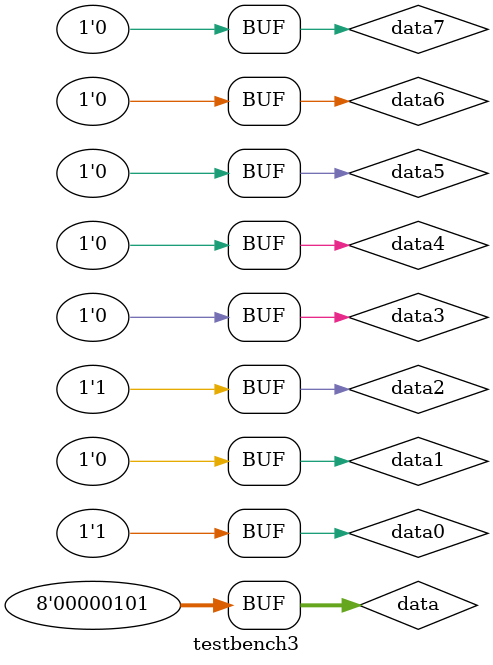
<source format=v>
`timescale 1ns/1ns
module testbench3();



reg [7:0] data=8'd261;

wire data0=data[0];
wire data1=data[1];
wire data2=data[2];
wire data3=data[3];
wire data4=data[4];
wire data5=data[5];
wire data6=data[6];
wire data7=data[7];


endmodule 
</source>
